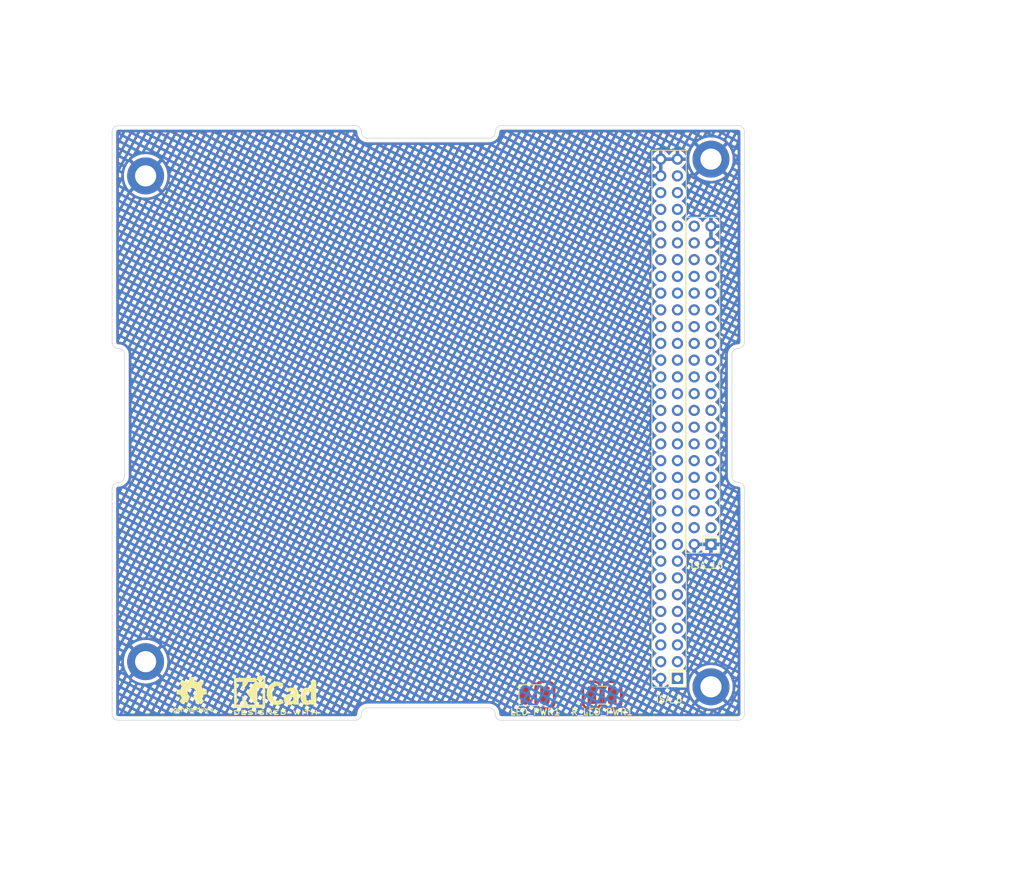
<source format=kicad_pcb>
(kicad_pcb (version 20221018) (generator pcbnew)
  (layers (0 "F.Cu" signal) (31 "B.Cu" signal) (34 "B.Paste" user) (35 "F.Paste" user) (36 "B.SilkS" user "B.Silkscreen") (37 "F.SilkS" user "F.Silkscreen") (38 "B.Mask" user) (39 "F.Mask" user) (44 "Edge.Cuts" user))
  (net 0 "")
  (net 2 "/~{IOCHCK}")
  (net 3 "/DATA7")
  (net 4 "/DATA6")
  (net 5 "/DATA5")
  (net 6 "/DATA4")
  (net 7 "/DATA3")
  (net 8 "/DATA2")
  (net 9 "/DATA1")
  (net 10 "/DATA0")
  (net 11 "/IOCHRDY")
  (net 12 "GND")
  (net 13 "/AEN")
  (net 14 "/ADR19")
  (net 15 "/ADR18")
  (net 16 "/ADR17")
  (net 17 "/ADR16")
  (net 18 "/ADR09")
  (net 19 "/ADR08")
  (net 20 "/ADR07")
  (net 21 "/ADR06")
  (net 22 "+5V")
  (net 23 "/ADR05")
  (net 24 "/ADR04")
  (net 25 "/ADR03")
  (net 26 "/ADR02")
  (net 27 "/ADR01")
  (net 28 "/ADR00")
  (net 29 "/RESET")
  (net 30 "/IRQ9")
  (net 31 "/ADR15")
  (net 32 "-5V")
  (net 33 "/ADR14")
  (net 34 "/DRQ2")
  (net 35 "/ADR13")
  (net 36 "-12V")
  (net 37 "/ADR12")
  (net 38 "/~{SRDY}")
  (net 39 "/ADR11")
  (net 40 "+12V")
  (net 41 "/ADR10")
  (net 42 "/~{SMEMW}")
  (net 43 "/~{SMEMR}")
  (net 44 "/~{IOW}")
  (net 45 "/~{IOR}")
  (net 46 "/~{DACK3}")
  (net 47 "/DRQ3")
  (net 48 "/~{DACK1}")
  (net 49 "/DRQ1")
  (net 50 "/~{REFRESH}")
  (net 51 "/BCLK")
  (net 52 "/IRQ7")
  (net 53 "/IRQ6")
  (net 54 "/IRQ5")
  (net 55 "/IRQ4")
  (net 56 "/IRQ3")
  (net 57 "/~{DACK2}")
  (net 58 "/TC")
  (net 59 "/BALE")
  (net 60 "/OSC")
  (net 62 "Net-(LED_PWR1-A)")
  (net 63 "/~{MEMCS16}")
  (net 64 "/~{SBHE}")
  (net 65 "/~{IOCS16}")
  (net 66 "/LA23")
  (net 67 "/IRQ10")
  (net 68 "/LA22")
  (net 69 "/IRQ11")
  (net 70 "/LA21")
  (net 71 "/IRQ12")
  (net 72 "/LA20")
  (net 73 "/IRQ15")
  (net 74 "/LA19")
  (net 75 "/IRQ14")
  (net 76 "/LA18")
  (net 77 "/~{DACK0}")
  (net 78 "/LA17")
  (net 79 "/DRQ0")
  (net 80 "/~{MEMR}")
  (net 81 "/~{DACK5}")
  (net 82 "/~{MEMW}")
  (net 83 "/DRQ5")
  (net 84 "/DATA08")
  (net 85 "/~{DACK6}")
  (net 86 "/DATA09")
  (net 87 "/DRQ6")
  (net 88 "/DATA10")
  (net 89 "/~{DACK7}")
  (net 90 "/DATA11")
  (net 91 "/DRQ7")
  (net 92 "/DATA12")
  (net 93 "/DATA13")
  (net 94 "/~{MASTER16}")
  (net 95 "/DATA14")
  (net 96 "/DATA15")
  (footprint "MountingHole:MountingHole_3.2mm_M3_DIN965_Pad" (layer "F.Cu") (at 112.395 52.07)
    (fp_text reference "H2" hide)
    (fp_text value "MountingHole_Pad" hide)
    (pad "1" thru_hole circle locked (at 0 0) (size 5.6 5.6) (drill 3.2) (layers "*.Cu" "*.Mask") (net 12 "GND"))
  )
  (footprint "Symbol:OSHW-Logo2_7.3x6mm_SilkScreen" (layer "F.Cu") (at 119.38 130.81)
    (fp_text reference "OpenHW1" hide)
    (fp_text value "MountingHole" hide)
  )
  (footprint "MountingHole:MountingHole_3.2mm_M3_DIN965_Pad" (layer "F.Cu") (at 198.12 129.54)
    (fp_text reference "H3" hide)
    (fp_text value "MountingHole_Pad" hide)
    (pad "1" thru_hole circle locked (at 0 0) (size 5.6 5.6) (drill 3.2) (layers "*.Cu" "*.Mask") (net 12 "GND"))
  )
  (footprint "LED_SMD:LED_1210_3225Metric_Pad1.42x2.65mm_HandSolder" (layer "F.Cu") (at 171.45 130.81)
    (fp_text reference "LED_PWR1" (at 0 2.54) (layer "F.SilkS"))
    (fp_text value "LED")
    (pad "1" smd roundrect (at -1.4875 0) (size 1.425 2.65) (layers "F.Cu" "F.Paste" "F.Mask") (roundrect_rratio 0.175439) (net 12 "GND"))
    (pad "2" smd roundrect (at 1.4875 0) (size 1.425 2.65) (layers "F.Cu" "F.Paste" "F.Mask") (roundrect_rratio 0.175439) (net 62 "Net-(LED_PWR1-A)"))
  )
  (footprint "Connector_PinHeader_2.54mm:PinHeader_2x32_P2.54mm_Vertical" (layer "F.Cu") (at 193.04 128.27 180)
    (fp_text reference "ISA_8" (at 1.27 -3.175 180) (layer "F.SilkS"))
    (fp_text value "Conn_02x32_Odd_Even")
    (pad "1" thru_hole rect locked (at 0 0 180) (size 1.7 1.7) (drill 1) (layers "*.Cu" "*.Mask") (net 2 "/~{IOCHCK}"))
    (pad "2" thru_hole oval locked (at 2.54 0 180) (size 1.7 1.7) (drill 1) (layers "*.Cu" "*.Mask") (net 12 "GND"))
    (pad "3" thru_hole oval locked (at 0 2.54 180) (size 1.7 1.7) (drill 1) (layers "*.Cu" "*.Mask") (net 3 "/DATA7"))
    (pad "4" thru_hole oval locked (at 2.54 2.54 180) (size 1.7 1.7) (drill 1) (layers "*.Cu" "*.Mask") (net 29 "/RESET"))
    (pad "5" thru_hole oval locked (at 0 5.08 180) (size 1.7 1.7) (drill 1) (layers "*.Cu" "*.Mask") (net 4 "/DATA6"))
    (pad "6" thru_hole oval locked (at 2.54 5.08 180) (size 1.7 1.7) (drill 1) (layers "*.Cu" "*.Mask") (net 22 "+5V"))
    (pad "7" thru_hole oval locked (at 0 7.62 180) (size 1.7 1.7) (drill 1) (layers "*.Cu" "*.Mask") (net 5 "/DATA5"))
    (pad "8" thru_hole oval locked (at 2.54 7.62 180) (size 1.7 1.7) (drill 1) (layers "*.Cu" "*.Mask") (net 30 "/IRQ9"))
    (pad "9" thru_hole oval locked (at 0 10.16 180) (size 1.7 1.7) (drill 1) (layers "*.Cu" "*.Mask") (net 6 "/DATA4"))
    (pad "10" thru_hole oval locked (at 2.54 10.16 180) (size 1.7 1.7) (drill 1) (layers "*.Cu" "*.Mask") (net 32 "-5V"))
    (pad "11" thru_hole oval locked (at 0 12.7 180) (size 1.7 1.7) (drill 1) (layers "*.Cu" "*.Mask") (net 7 "/DATA3"))
    (pad "12" thru_hole oval locked (at 2.54 12.7 180) (size 1.7 1.7) (drill 1) (layers "*.Cu" "*.Mask") (net 34 "/DRQ2"))
    (pad "13" thru_hole oval locked (at 0 15.24 180) (size 1.7 1.7) (drill 1) (layers "*.Cu" "*.Mask") (net 8 "/DATA2"))
    (pad "14" thru_hole oval locked (at 2.54 15.24 180) (size 1.7 1.7) (drill 1) (layers "*.Cu" "*.Mask") (net 36 "-12V"))
    (pad "15" thru_hole oval locked (at 0 17.78 180) (size 1.7 1.7) (drill 1) (layers "*.Cu" "*.Mask") (net 9 "/DATA1"))
    (pad "16" thru_hole oval locked (at 2.54 17.78 180) (size 1.7 1.7) (drill 1) (layers "*.Cu" "*.Mask") (net 38 "/~{SRDY}"))
    (pad "17" thru_hole oval locked (at 0 20.32 180) (size 1.7 1.7) (drill 1) (layers "*.Cu" "*.Mask") (net 10 "/DATA0"))
    (pad "18" thru_hole oval locked (at 2.54 20.32 180) (size 1.7 1.7) (drill 1) (layers "*.Cu" "*.Mask") (net 40 "+12V"))
    (pad "19" thru_hole oval locked (at 0 22.86 180) (size 1.7 1.7) (drill 1) (layers "*.Cu" "*.Mask") (net 11 "/IOCHRDY"))
    (pad "20" thru_hole oval locked (at 2.54 22.86 180) (size 1.7 1.7) (drill 1) (layers "*.Cu" "*.Mask"))
    (pad "21" thru_hole oval locked (at 0 25.4 180) (size 1.7 1.7) (drill 1) (layers "*.Cu" "*.Mask") (net 13 "/AEN"))
    (pad "22" thru_hole oval locked (at 2.54 25.4 180) (size 1.7 1.7) (drill 1) (layers "*.Cu" "*.Mask") (net 42 "/~{SMEMW}"))
    (pad "23" thru_hole oval locked (at 0 27.94 180) (size 1.7 1.7) (drill 1) (layers "*.Cu" "*.Mask") (net 14 "/ADR19"))
    (pad "24" thru_hole oval locked (at 2.54 27.94 180) (size 1.7 1.7) (drill 1) (layers "*.Cu" "*.Mask") (net 43 "/~{SMEMR}"))
    (pad "25" thru_hole oval locked (at 0 30.48 180) (size 1.7 1.7) (drill 1) (layers "*.Cu" "*.Mask") (net 15 "/ADR18"))
    (pad "26" thru_hole oval locked (at 2.54 30.48 180) (size 1.7 1.7) (drill 1) (layers "*.Cu" "*.Mask") (net 44 "/~{IOW}"))
    (pad "27" thru_hole oval locked (at 0 33.02 180) (size 1.7 1.7) (drill 1) (layers "*.Cu" "*.Mask") (net 16 "/ADR17"))
    (pad "28" thru_hole oval locked (at 2.54 33.02 180) (size 1.7 1.7) (drill 1) (layers "*.Cu" "*.Mask") (net 45 "/~{IOR}"))
    (pad "29" thru_hole oval locked (at 0 35.56 180) (size 1.7 1.7) (drill 1) (layers "*.Cu" "*.Mask") (net 17 "/ADR16"))
    (pad "30" thru_hole oval locked (at 2.54 35.56 180) (size 1.7 1.7) (drill 1) (layers "*.Cu" "*.Mask") (net 46 "/~{DACK3}"))
    (pad "31" thru_hole oval locked (at 0 38.1 180) (size 1.7 1.7) (drill 1) (layers "*.Cu" "*.Mask") (net 31 "/ADR15"))
    (pad "32" thru_hole oval locked (at 2.54 38.1 180) (size 1.7 1.7) (drill 1) (layers "*.Cu" "*.Mask") (net 47 "/DRQ3"))
    (pad "33" thru_hole oval locked (at 0 40.64 180) (size 1.7 1.7) (drill 1) (layers "*.Cu" "*.Mask") (net 33 "/ADR14"))
    (pad "34" thru_hole oval locked (at 2.54 40.64 180) (size 1.7 1.7) (drill 1) (layers "*.Cu" "*.Mask") (net 48 "/~{DACK1}"))
    (pad "35" thru_hole oval locked (at 0 43.18 180) (size 1.7 1.7) (drill 1) (layers "*.Cu" "*.Mask") (net 35 "/ADR13"))
    (pad "36" thru_hole oval locked (at 2.54 43.18 180) (size 1.7 1.7) (drill 1) (layers "*.Cu" "*.Mask") (net 49 "/DRQ1"))
    (pad "37" thru_hole oval locked (at 0 45.72 180) (size 1.7 1.7) (drill 1) (layers "*.Cu" "*.Mask") (net 37 "/ADR12"))
    (pad "38" thru_hole oval locked (at 2.54 45.72 180) (size 1.7 1.7) (drill 1) (layers "*.Cu" "*.Mask") (net 50 "/~{REFRESH}"))
    (pad "39" thru_hole oval locked (at 0 48.26 180) (size 1.7 1.7) (drill 1) (layers "*.Cu" "*.Mask") (net 39 "/ADR11"))
    (pad "40" thru_hole oval locked (at 2.54 48.26 180) (size 1.7 1.7) (drill 1) (layers "*.Cu" "*.Mask") (net 51 "/BCLK"))
    (pad "41" thru_hole oval locked (at 0 50.8 180) (size 1.7 1.7) (drill 1) (layers "*.Cu" "*.Mask") (net 41 "/ADR10"))
    (pad "42" thru_hole oval locked (at 2.54 50.8 180) (size 1.7 1.7) (drill 1) (layers "*.Cu" "*.Mask") (net 52 "/IRQ7"))
    (pad "43" thru_hole oval locked (at 0 53.34 180) (size 1.7 1.7) (drill 1) (layers "*.Cu" "*.Mask") (net 18 "/ADR09"))
    (pad "44" thru_hole oval locked (at 2.54 53.34 180) (size 1.7 1.7) (drill 1) (layers "*.Cu" "*.Mask") (net 53 "/IRQ6"))
    (pad "45" thru_hole oval locked (at 0 55.88 180) (size 1.7 1.7) (drill 1) (layers "*.Cu" "*.Mask") (net 19 "/ADR08"))
    (pad "46" thru_hole oval locked (at 2.54 55.88 180) (size 1.7 1.7) (drill 1) (layers "*.Cu" "*.Mask") (net 54 "/IRQ5"))
    (pad "47" thru_hole oval locked (at 0 58.42 180) (size 1.7 1.7) (drill 1) (layers "*.Cu" "*.Mask") (net 20 "/ADR07"))
    (pad "48" thru_hole oval locked (at 2.54 58.42 180) (size 1.7 1.7) (drill 1) (layers "*.Cu" "*.Mask") (net 55 "/IRQ4"))
    (pad "49" thru_hole oval locked (at 0 60.96 180) (size 1.7 1.7) (drill 1) (layers "*.Cu" "*.Mask") (net 21 "/ADR06"))
    (pad "50" thru_hole oval locked (at 2.54 60.96 180) (size 1.7 1.7) (drill 1) (layers "*.Cu" "*.Mask") (net 56 "/IRQ3"))
    (pad "51" thru_hole oval locked (at 0 63.5 180) (size 1.7 1.7) (drill 1) (layers "*.Cu" "*.Mask") (net 23 "/ADR05"))
    (pad "52" thru_hole oval locked (at 2.54 63.5 180) (size 1.7 1.7) (drill 1) (layers "*.Cu" "*.Mask") (net 57 "/~{DACK2}"))
    (pad "53" thru_hole oval locked (at 0 66.04 180) (size 1.7 1.7) (drill 1) (layers "*.Cu" "*.Mask") (net 24 "/ADR04"))
    (pad "54" thru_hole oval locked (at 2.54 66.04 180) (size 1.7 1.7) (drill 1) (layers "*.Cu" "*.Mask") (net 58 "/TC"))
    (pad "55" thru_hole oval locked (at 0 68.58 180) (size 1.7 1.7) (drill 1) (layers "*.Cu" "*.Mask") (net 25 "/ADR03"))
    (pad "56" thru_hole oval locked (at 2.54 68.58 180) (size 1.7 1.7) (drill 1) (layers "*.Cu" "*.Mask") (net 59 "/BALE"))
    (pad "57" thru_hole oval locked (at 0 71.12 180) (size 1.7 1.7) (drill 1) (layers "*.Cu" "*.Mask") (net 26 "/ADR02"))
    (pad "58" thru_hole oval locked (at 2.54 71.12 180) (size 1.7 1.7) (drill 1) (layers "*.Cu" "*.Mask") (net 22 "+5V"))
    (pad "59" thru_hole oval locked (at 0 73.66 180) (size 1.7 1.7) (drill 1) (layers "*.Cu" "*.Mask") (net 27 "/ADR01"))
    (pad "60" thru_hole oval locked (at 2.54 73.66 180) (size 1.7 1.7) (drill 1) (layers "*.Cu" "*.Mask") (net 60 "/OSC"))
    (pad "61" thru_hole oval locked (at 0 76.2 180) (size 1.7 1.7) (drill 1) (layers "*.Cu" "*.Mask") (net 28 "/ADR00"))
    (pad "62" thru_hole oval locked (at 2.54 76.2 180) (size 1.7 1.7) (drill 1) (layers "*.Cu" "*.Mask") (net 12 "GND"))
    (pad "63" thru_hole oval locked (at 0 78.74 180) (size 1.7 1.7) (drill 1) (layers "*.Cu" "*.Mask") (net 12 "GND"))
    (pad "64" thru_hole oval locked (at 2.54 78.74 180) (size 1.7 1.7) (drill 1) (layers "*.Cu" "*.Mask") (net 12 "GND"))
  )
  (footprint "MountingHole:MountingHole_3.2mm_M3_DIN965_Pad" (layer "F.Cu") (at 198.12 49.53)
    (fp_text reference "H4" hide)
    (fp_text value "MountingHole_Pad" hide)
    (pad "1" thru_hole circle locked (at 0 0) (size 5.6 5.6) (drill 3.2) (layers "*.Cu" "*.Mask") (net 12 "GND"))
  )
  (footprint "Resistor_SMD:R_1210_3225Metric_Pad1.30x2.65mm_HandSolder" (layer "F.Cu") (at 181.61 130.81 180)
    (fp_text reference "R_LED_PWR1" (at 0 -2.54) (layer "F.SilkS"))
    (fp_text value "1K")
    (pad "1" smd roundrect (at -1.55 0 180) (size 1.3 2.65) (layers "F.Cu" "F.Paste" "F.Mask") (roundrect_rratio 0.192308) (net 22 "+5V"))
    (pad "2" smd roundrect (at 1.55 0 180) (size 1.3 2.65) (layers "F.Cu" "F.Paste" "F.Mask") (roundrect_rratio 0.192308) (net 62 "Net-(LED_PWR1-A)"))
  )
  (footprint "Connector_PinHeader_2.54mm:PinHeader_2x20_P2.54mm_Vertical" (layer "F.Cu") (at 198.12 107.95 180)
    (fp_text reference "ISA_16" (at 0.635 -3.175 180) (layer "F.SilkS"))
    (fp_text value "Conn_02x20_Odd_Even")
    (pad "1" thru_hole rect locked (at 0 0 180) (size 1.7 1.7) (drill 1) (layers "*.Cu" "*.Mask") (net 12 "GND"))
    (pad "2" thru_hole oval locked (at 2.54 0 180) (size 1.7 1.7) (drill 1) (layers "*.Cu" "*.Mask") (net 12 "GND"))
    (pad "3" thru_hole oval locked (at 0 2.54 180) (size 1.7 1.7) (drill 1) (layers "*.Cu" "*.Mask") (net 63 "/~{MEMCS16}"))
    (pad "4" thru_hole oval locked (at 2.54 2.54 180) (size 1.7 1.7) (drill 1) (layers "*.Cu" "*.Mask") (net 64 "/~{SBHE}"))
    (pad "5" thru_hole oval locked (at 0 5.08 180) (size 1.7 1.7) (drill 1) (layers "*.Cu" "*.Mask") (net 65 "/~{IOCS16}"))
    (pad "6" thru_hole oval locked (at 2.54 5.08 180) (size 1.7 1.7) (drill 1) (layers "*.Cu" "*.Mask") (net 66 "/LA23"))
    (pad "7" thru_hole oval locked (at 0 7.62 180) (size 1.7 1.7) (drill 1) (layers "*.Cu" "*.Mask") (net 67 "/IRQ10"))
    (pad "8" thru_hole oval locked (at 2.54 7.62 180) (size 1.7 1.7) (drill 1) (layers "*.Cu" "*.Mask") (net 68 "/LA22"))
    (pad "9" thru_hole oval locked (at 0 10.16 180) (size 1.7 1.7) (drill 1) (layers "*.Cu" "*.Mask") (net 69 "/IRQ11"))
    (pad "10" thru_hole oval locked (at 2.54 10.16 180) (size 1.7 1.7) (drill 1) (layers "*.Cu" "*.Mask") (net 70 "/LA21"))
    (pad "11" thru_hole oval locked (at 0 12.7 180) (size 1.7 1.7) (drill 1) (layers "*.Cu" "*.Mask") (net 71 "/IRQ12"))
    (pad "12" thru_hole oval locked (at 2.54 12.7 180) (size 1.7 1.7) (drill 1) (layers "*.Cu" "*.Mask") (net 72 "/LA20"))
    (pad "13" thru_hole oval locked (at 0 15.24 180) (size 1.7 1.7) (drill 1) (layers "*.Cu" "*.Mask") (net 73 "/IRQ15"))
    (pad "14" thru_hole oval locked (at 2.54 15.24 180) (size 1.7 1.7) (drill 1) (layers "*.Cu" "*.Mask") (net 74 "/LA19"))
    (pad "15" thru_hole oval locked (at 0 17.78 180) (size 1.7 1.7) (drill 1) (layers "*.Cu" "*.Mask") (net 75 "/IRQ14"))
    (pad "16" thru_hole oval locked (at 2.54 17.78 180) (size 1.7 1.7) (drill 1) (layers "*.Cu" "*.Mask") (net 76 "/LA18"))
    (pad "17" thru_hole oval locked (at 0 20.32 180) (size 1.7 1.7) (drill 1) (layers "*.Cu" "*.Mask") (net 77 "/~{DACK0}"))
    (pad "18" thru_hole oval locked (at 2.54 20.32 180) (size 1.7 1.7) (drill 1) (layers "*.Cu" "*.Mask") (net 78 "/LA17"))
    (pad "19" thru_hole oval locked (at 0 22.86 180) (size 1.7 1.7) (drill 1) (layers "*.Cu" "*.Mask") (net 79 "/DRQ0"))
    (pad "20" thru_hole oval locked (at 2.54 22.86 180) (size 1.7 1.7) (drill 1) (layers "*.Cu" "*.Mask") (net 80 "/~{MEMR}"))
    (pad "21" thru_hole oval locked (at 0 25.4 180) (size 1.7 1.7) (drill 1) (layers "*.Cu" "*.Mask") (net 81 "/~{DACK5}"))
    (pad "22" thru_hole oval locked (at 2.54 25.4 180) (size 1.7 1.7) (drill 1) (layers "*.Cu" "*.Mask") (net 82 "/~{MEMW}"))
    (pad "23" thru_hole oval locked (at 0 27.94 180) (size 1.7 1.7) (drill 1) (layers "*.Cu" "*.Mask") (net 83 "/DRQ5"))
    (pad "24" thru_hole oval locked (at 2.54 27.94 180) (size 1.7 1.7) (drill 1) (layers "*.Cu" "*.Mask") (net 84 "/DATA08"))
    (pad "25" thru_hole oval locked (at 0 30.48 180) (size 1.7 1.7) (drill 1) (layers "*.Cu" "*.Mask") (net 85 "/~{DACK6}"))
    (pad "26" thru_hole oval locked (at 2.54 30.48 180) (size 1.7 1.7) (drill 1) (layers "*.Cu" "*.Mask") (net 86 "/DATA09"))
    (pad "27" thru_hole oval locked (at 0 33.02 180) (size 1.7 1.7) (drill 1) (layers "*.Cu" "*.Mask") (net 87 "/DRQ6"))
    (pad "28" thru_hole oval locked (at 2.54 33.02 180) (size 1.7 1.7) (drill 1) (layers "*.Cu" "*.Mask") (net 88 "/DATA10"))
    (pad "29" thru_hole oval locked (at 0 35.56 180) (size 1.7 1.7) (drill 1) (layers "*.Cu" "*.Mask") (net 89 "/~{DACK7}"))
    (pad "30" thru_hole oval locked (at 2.54 35.56 180) (size 1.7 1.7) (drill 1) (layers "*.Cu" "*.Mask") (net 90 "/DATA11"))
    (pad "31" thru_hole oval locked (at 0 38.1 180) (size 1.7 1.7) (drill 1) (layers "*.Cu" "*.Mask") (net 91 "/DRQ7"))
    (pad "32" thru_hole oval locked (at 2.54 38.1 180) (size 1.7 1.7) (drill 1) (layers "*.Cu" "*.Mask") (net 92 "/DATA12"))
    (pad "33" thru_hole oval locked (at 0 40.64 180) (size 1.7 1.7) (drill 1) (layers "*.Cu" "*.Mask") (net 22 "+5V"))
    (pad "34" thru_hole oval locked (at 2.54 40.64 180) (size 1.7 1.7) (drill 1) (layers "*.Cu" "*.Mask") (net 93 "/DATA13"))
    (pad "35" thru_hole oval locked (at 0 43.18 180) (size 1.7 1.7) (drill 1) (layers "*.Cu" "*.Mask") (net 94 "/~{MASTER16}"))
    (pad "36" thru_hole oval locked (at 2.54 43.18 180) (size 1.7 1.7) (drill 1) (layers "*.Cu" "*.Mask") (net 95 "/DATA14"))
    (pad "37" thru_hole oval locked (at 0 45.72 180) (size 1.7 1.7) (drill 1) (layers "*.Cu" "*.Mask") (net 12 "GND"))
    (pad "38" thru_hole oval locked (at 2.54 45.72 180) (size 1.7 1.7) (drill 1) (layers "*.Cu" "*.Mask") (net 96 "/DATA15"))
    (pad "39" thru_hole oval locked (at 0 48.26 180) (size 1.7 1.7) (drill 1) (layers "*.Cu" "*.Mask") (net 12 "GND"))
    (pad "40" thru_hole oval locked (at 2.54 48.26 180) (size 1.7 1.7) (drill 1) (layers "*.Cu" "*.Mask"))
  )
  (footprint "Symbol:KiCad-Logo2_5mm_SilkScreen" (layer "F.Cu") (at 132.08 130.81)
    (fp_text reference "KiCad0" hide)
    (fp_text value "MountingHole" hide)
  )
  (footprint "MountingHole:MountingHole_3.2mm_M3_DIN965_Pad" (layer "F.Cu") (at 112.395 125.73)
    (fp_text reference "H1" hide)
    (fp_text value "MountingHole_Pad" hide)
    (pad "1" thru_hole circle locked (at 0 0) (size 5.6 5.6) (drill 3.2) (layers "*.Cu" "*.Mask") (net 12 "GND"))
  )
  (gr_arc locked (start 166.357299 134.62) (mid 165.68378 134.341019) (end 165.404799 133.6675) (stroke (width 0.1)) (layer "Edge.Cuts"))
  (gr_arc locked (start 145.110199 133.6675) (mid 144.831218 134.341019) (end 144.157699 134.62) (stroke (width 0.1)) (layer "Edge.Cuts"))
  (gr_arc locked (start 165.404799 45.4025) (mid 165.125818 46.076019) (end 164.452299 46.355) (stroke (width 0.1)) (layer "Edge.Cuts"))
  (gr_arc locked (start 144.157699 44.45) (mid 144.831218 44.728981) (end 145.110199 45.4025) (stroke (width 0.1)) (layer "Edge.Cuts"))
  (gr_arc locked (start 109.219999 97.5995) (mid 108.941018 98.273019) (end 108.267499 98.552) (stroke (width 0.1)) (layer "Edge.Cuts"))
  (gr_arc locked (start 203.199999 77.2795) (mid 202.921018 77.953019) (end 202.247499 78.232) (stroke (width 0.1)) (layer "Edge.Cuts"))
  (gr_line locked (start 107.314999 77.2795) (end 107.314999 45.4025) (stroke (width 0.1)) (layer "Edge.Cuts"))
  (gr_arc locked (start 107.314999 99.5045) (mid 107.59398 98.830981) (end 108.267499 98.552) (stroke (width 0.1)) (layer "Edge.Cuts"))
  (gr_line locked (start 146.062699 46.355) (end 164.452299 46.355) (stroke (width 0.1)) (layer "Edge.Cuts"))
  (gr_arc locked (start 202.247499 44.45) (mid 202.921018 44.728981) (end 203.199999 45.4025) (stroke (width 0.1)) (layer "Edge.Cuts"))
  (gr_line locked (start 107.314999 133.6675) (end 107.314999 99.5045) (stroke (width 0.1)) (layer "Edge.Cuts"))
  (gr_line locked (start 203.199999 133.6675) (end 203.199999 99.5045) (stroke (width 0.1)) (layer "Edge.Cuts"))
  (gr_arc locked (start 201.294999 79.1845) (mid 201.57398 78.510981) (end 202.247499 78.232) (stroke (width 0.1)) (layer "Edge.Cuts"))
  (gr_arc locked (start 145.110199 133.6675) (mid 145.38918 132.993981) (end 146.062699 132.715) (stroke (width 0.1)) (layer "Edge.Cuts"))
  (gr_arc locked (start 164.452299 132.715) (mid 165.125818 132.993981) (end 165.404799 133.6675) (stroke (width 0.1)) (layer "Edge.Cuts"))
  (gr_line locked (start 201.294999 97.5995) (end 201.294999 79.1845) (stroke (width 0.1)) (layer "Edge.Cuts"))
  (gr_line locked (start 146.062699 132.715) (end 164.452299 132.715) (stroke (width 0.1)) (layer "Edge.Cuts"))
  (gr_line locked (start 166.357299 134.62) (end 202.247499 134.62) (stroke (width 0.1)) (layer "Edge.Cuts"))
  (gr_arc locked (start 203.199999 133.6675) (mid 202.921018 134.341019) (end 202.247499 134.62) (stroke (width 0.1)) (layer "Edge.Cuts"))
  (gr_line locked (start 108.267499 134.62) (end 144.157699 134.62) (stroke (width 0.1)) (layer "Edge.Cuts"))
  (gr_arc locked (start 202.247499 98.552) (mid 202.921018 98.830981) (end 203.199999 99.5045) (stroke (width 0.1)) (layer "Edge.Cuts"))
  (gr_line locked (start 108.267499 44.45) (end 144.157699 44.45) (stroke (width 0.1)) (layer "Edge.Cuts"))
  (gr_arc locked (start 108.267499 134.62) (mid 107.59398 134.341019) (end 107.314999 133.6675) (stroke (width 0.1)) (layer "Edge.Cuts"))
  (gr_arc locked (start 108.267499 78.232) (mid 107.59398 77.953019) (end 107.314999 77.2795) (stroke (width 0.1)) (layer "Edge.Cuts"))
  (gr_line locked (start 166.357299 44.45) (end 202.247499 44.45) (stroke (width 0.1)) (layer "Edge.Cuts"))
  (gr_line locked (start 203.199999 77.2795) (end 203.199999 45.4025) (stroke (width 0.1)) (layer "Edge.Cuts"))
  (gr_arc locked (start 107.314999 45.4025) (mid 107.59398 44.728981) (end 108.267499 44.45) (stroke (width 0.1)) (layer "Edge.Cuts"))
  (gr_arc locked (start 202.247499 98.552) (mid 201.57398 98.273019) (end 201.294999 97.5995) (stroke (width 0.1)) (layer "Edge.Cuts"))
  (gr_arc locked (start 146.062699 46.355) (mid 145.38918 46.076019) (end 145.110199 45.4025) (stroke (width 0.1)) (layer "Edge.Cuts"))
  (gr_arc locked (start 165.404799 45.4025) (mid 165.68378 44.728981) (end 166.357299 44.45) (stroke (width 0.1)) (layer "Edge.Cuts"))
  (gr_line locked (start 109.219999 97.5995) (end 109.219999 79.1845) (stroke (width 0.1)) (layer "Edge.Cuts"))
  (gr_arc locked (start 108.267499 78.232) (mid 108.941018 78.510981) (end 109.219999 79.1845) (stroke (width 0.1)) (layer "Edge.Cuts"))
  (zone (net 12) (net_name "GND") (layers "F&B.Cu") (connect_pads (clearance 0.508)) (min_thickness 0.254) (fill yes (mode hatch) (thermal_gap 0.508) (thermal_bridge_width 0.508) (hatch_thickness 0.382) (hatch_gap 0.618) (hatch_orientation 62) (hatch_border_algorithm hatch_thickness) (hatch_min_hole_area 0.3))
    (polygon (pts (xy 228.6 158.75) (xy 92.71 158.75) (xy 92.71 25.4) (xy 228.6 25.4)))
  )
)
</source>
